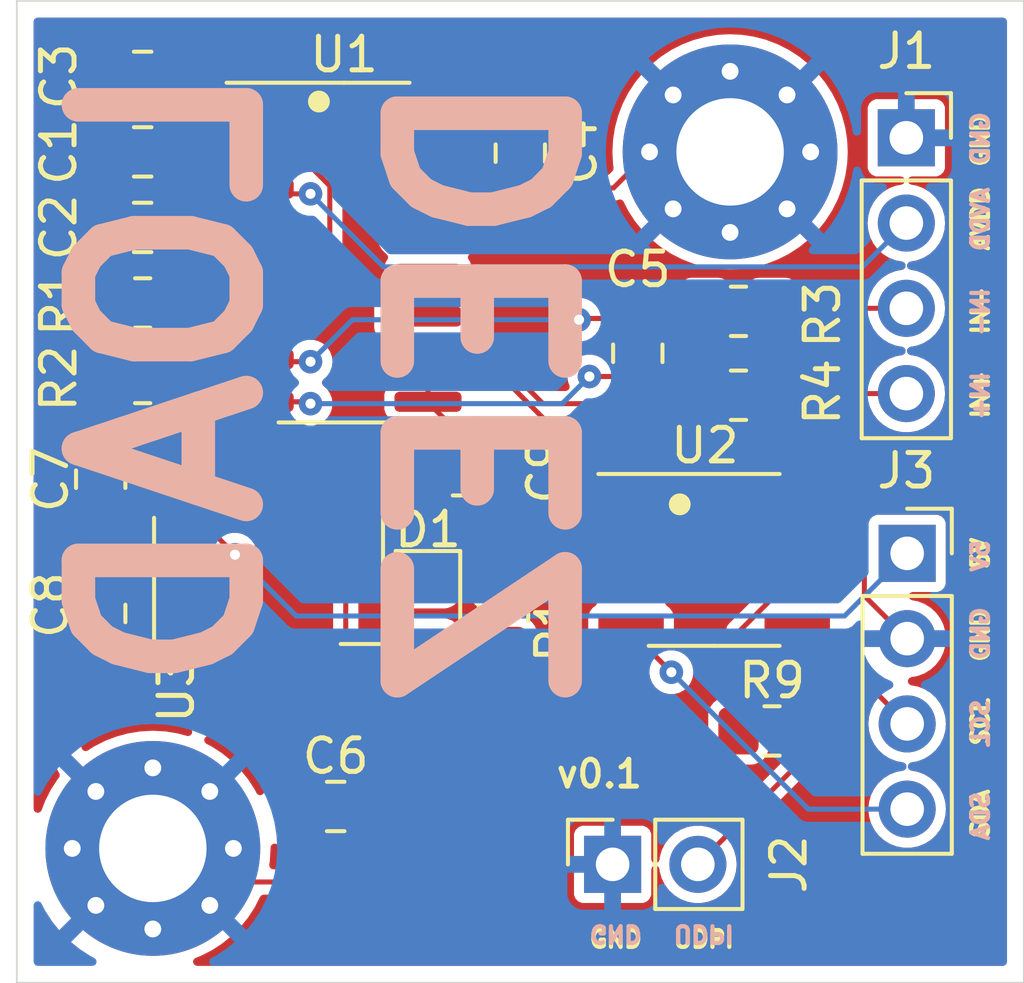
<source format=kicad_pcb>
(kicad_pcb (version 20221018) (generator pcbnew)
  (layers (0 "F.Cu" signal "Front") (1 "In1.Cu" signal) (2 "In2.Cu" signal) (31 "B.Cu" signal "Back") (34 "B.Paste" user) (35 "F.Paste" user) (36 "B.SilkS" user "B.Silkscreen") (37 "F.SilkS" user "F.Silkscreen") (38 "B.Mask" user) (39 "F.Mask" user) (44 "Edge.Cuts" user))
  (net 0 "")
  (net 1 "GND")
  (net 2 "+5V")
  (net 3 "AVDD")
  (net 4 "IN-")
  (net 5 "IN+")
  (net 6 "Net-(J1-Pin_3)")
  (net 7 "Net-(J1-Pin_4)")
  (net 8 "UDPI")
  (net 9 "Net-(U1-VFB)")
  (net 10 "Net-(U2-~{RESET}{slash}PA0)")
  (net 11 "PD_SCK")
  (net 12 "DOUT")
  (net 13 "+3.3V")
  (net 14 "SCL")
  (net 15 "SDA")
  (net 16 "Net-(U2-PA7)")
  (net 17 "Net-(D1-A)")
  (footprint "Resistor_SMD:R_0805_2012Metric_Pad1.20x1.40mm_HandSolder" (layer "F.Cu") (at 126 96.75 180)
    (fp_text reference "R3" (at -2.5 -0.1 90) (layer "F.SilkS"))
    (fp_text value "100" hide)
    (fp_line (start -0.227064 -0.735) (end 0.227064 -0.735) (stroke (width 0.12)) (layer "F.SilkS"))
    (fp_line (start -0.227064 0.735) (end 0.227064 0.735) (stroke (width 0.12)) (layer "F.SilkS"))
    (pad "1" smd roundrect (at -1 0 180) (size 1.2 1.4) (layers "F.Cu" "F.Paste" "F.Mask") (roundrect_rratio 0.2083333333) (net 6 "Net-(J1-Pin_3)"))
    (pad "2" smd roundrect (at 1 0 180) (size 1.2 1.4) (layers "F.Cu" "F.Paste" "F.Mask") (roundrect_rratio 0.2083333333) (net 4 "IN-"))
  )
  (footprint "Capacitor_SMD:C_0805_2012Metric_Pad1.18x1.45mm_HandSolder" (layer "F.Cu") (at 107 101.75 90)
    (fp_text reference "C7" (at 0 -1.5 270) (layer "F.SilkS"))
    (fp_text value "10u" hide)
    (fp_line (start -0.261252 -0.735) (end 0.261252 -0.735) (stroke (width 0.12)) (layer "F.SilkS"))
    (fp_line (start -0.261252 0.735) (end 0.261252 0.735) (stroke (width 0.12)) (layer "F.SilkS"))
    (pad "1" smd roundrect (at -1.0375 0 90) (size 1.175 1.45) (layers "F.Cu" "F.Paste" "F.Mask") (roundrect_rratio 0.212766) (net 2 "+5V"))
    (pad "2" smd roundrect (at 1.0375 0 90) (size 1.175 1.45) (layers "F.Cu" "F.Paste" "F.Mask") (roundrect_rratio 0.212766) (net 1 "GND"))
  )
  (footprint "Connector_PinSocket_2.54mm:PinSocket_1x04_P2.54mm_Vertical" (layer "F.Cu") (at 131 91.58)
    (fp_text reference "J1" (at 0 -2.58) (layer "F.SilkS"))
    (fp_text value "Strain Gauge" hide)
    (fp_line (start -1.33 1.27) (end -1.33 8.95) (stroke (width 0.12)) (layer "F.SilkS"))
    (fp_line (start -1.33 1.27) (end 1.33 1.27) (stroke (width 0.12)) (layer "F.SilkS"))
    (fp_line (start -1.33 8.95) (end 1.33 8.95) (stroke (width 0.12)) (layer "F.SilkS"))
    (fp_line (start 0 -1.33) (end 1.33 -1.33) (stroke (width 0.12)) (layer "F.SilkS"))
    (fp_line (start 1.33 -1.33) (end 1.33 0) (stroke (width 0.12)) (layer "F.SilkS"))
    (fp_line (start 1.33 1.27) (end 1.33 8.95) (stroke (width 0.12)) (layer "F.SilkS"))
    (pad "1" thru_hole rect (at 0 0) (size 1.7 1.7) (drill 1) (layers "*.Cu" "*.Mask") (net 1 "GND"))
    (pad "2" thru_hole oval (at 0 2.54) (size 1.7 1.7) (drill 1) (layers "*.Cu" "*.Mask") (net 3 "AVDD"))
    (pad "3" thru_hole oval (at 0 5.08) (size 1.7 1.7) (drill 1) (layers "*.Cu" "*.Mask") (net 6 "Net-(J1-Pin_3)"))
    (pad "4" thru_hole oval (at 0 7.62) (size 1.7 1.7) (drill 1) (layers "*.Cu" "*.Mask") (net 7 "Net-(J1-Pin_4)"))
  )
  (footprint "Resistor_SMD:R_0805_2012Metric_Pad1.20x1.40mm_HandSolder" (layer "F.Cu") (at 127 109.25)
    (fp_text reference "R9" (at 0 -1.5 180) (layer "F.SilkS"))
    (fp_text value "4k7" hide)
    (fp_line (start -0.227064 -0.735) (end 0.227064 -0.735) (stroke (width 0.12)) (layer "F.SilkS"))
    (fp_line (start -0.227064 0.735) (end 0.227064 0.735) (stroke (width 0.12)) (layer "F.SilkS"))
    (pad "1" smd roundrect (at -1 0) (size 1.2 1.4) (layers "F.Cu" "F.Paste" "F.Mask") (roundrect_rratio 0.2083333333) (net 10 "Net-(U2-~{RESET}{slash}PA0)"))
    (pad "2" smd roundrect (at 1 0) (size 1.2 1.4) (layers "F.Cu" "F.Paste" "F.Mask") (roundrect_rratio 0.2083333333) (net 8 "UDPI"))
  )
  (footprint "MountingHole:MountingHole_3.2mm_M3_Pad_Via" (layer "F.Cu") (at 108.552944 112.75)
    (fp_text reference "H1" hide)
    (fp_text value "MountingHole_Pad" hide)
    (pad "1" thru_hole circle (at -2.4 0) (size 0.8 0.8) (drill 0.5) (layers "*.Cu" "*.Mask") (net 1 "GND"))
    (pad "1" thru_hole circle (at -1.697056 -1.697056) (size 0.8 0.8) (drill 0.5) (layers "*.Cu" "*.Mask") (net 1 "GND"))
    (pad "1" thru_hole circle (at -1.697056 1.697056) (size 0.8 0.8) (drill 0.5) (layers "*.Cu" "*.Mask") (net 1 "GND"))
    (pad "1" thru_hole circle (at 0 -2.4) (size 0.8 0.8) (drill 0.5) (layers "*.Cu" "*.Mask") (net 1 "GND"))
    (pad "1" thru_hole circle (at 0 0) (size 6.4 6.4) (drill 3.2) (layers "*.Cu" "*.Mask") (net 1 "GND"))
    (pad "1" thru_hole circle (at 0 2.4) (size 0.8 0.8) (drill 0.5) (layers "*.Cu" "*.Mask") (net 1 "GND"))
    (pad "1" thru_hole circle (at 1.697056 -1.697056) (size 0.8 0.8) (drill 0.5) (layers "*.Cu" "*.Mask") (net 1 "GND"))
    (pad "1" thru_hole circle (at 1.697056 1.697056) (size 0.8 0.8) (drill 0.5) (layers "*.Cu" "*.Mask") (net 1 "GND"))
    (pad "1" thru_hole circle (at 2.4 0) (size 0.8 0.8) (drill 0.5) (layers "*.Cu" "*.Mask") (net 1 "GND"))
  )
  (footprint "Resistor_SMD:R_0805_2012Metric_Pad1.20x1.40mm_HandSolder" (layer "F.Cu") (at 108.25 98.75 180)
    (fp_text reference "R2" (at 2.5 0 90) (layer "F.SilkS"))
    (fp_text value "12K" hide)
    (fp_line (start -0.227064 -0.735) (end 0.227064 -0.735) (stroke (width 0.12)) (layer "F.SilkS"))
    (fp_line (start -0.227064 0.735) (end 0.227064 0.735) (stroke (width 0.12)) (layer "F.SilkS"))
    (pad "1" smd roundrect (at -1 0 180) (size 1.2 1.4) (layers "F.Cu" "F.Paste" "F.Mask") (roundrect_rratio 0.208333) (net 9 "Net-(U1-VFB)"))
    (pad "2" smd roundrect (at 1 0 180) (size 1.2 1.4) (layers "F.Cu" "F.Paste" "F.Mask") (roundrect_rratio 0.208333) (net 1 "GND"))
  )
  (footprint "Capacitor_SMD:C_0805_2012Metric_Pad1.18x1.45mm_HandSolder" (layer "F.Cu") (at 119.5 92.0375 90)
    (fp_text reference "C4" (at 0.0375 1.75 90) (layer "F.SilkS"))
    (fp_text value "10u" hide)
    (fp_line (start -0.261252 -0.735) (end 0.261252 -0.735) (stroke (width 0.12)) (layer "F.SilkS"))
    (fp_line (start -0.261252 0.735) (end 0.261252 0.735) (stroke (width 0.12)) (layer "F.SilkS"))
    (pad "1" smd roundrect (at -1.0375 0 90) (size 1.175 1.45) (layers "F.Cu" "F.Paste" "F.Mask") (roundrect_rratio 0.212766) (net 1 "GND"))
    (pad "2" smd roundrect (at 1.0375 0 90) (size 1.175 1.45) (layers "F.Cu" "F.Paste" "F.Mask") (roundrect_rratio 0.212766) (net 13 "+3.3V"))
  )
  (footprint "Package_SO:SOP-16_3.9x9.9mm_P1.27mm" (layer "F.Cu") (at 114.25 95)
    (fp_text reference "U1" (at 0 -5.9) (layer "F.SilkS"))
    (fp_text value "HX717")
    (fp_line (start 0 -5.06) (end -3.5 -5.06) (stroke (width 0.12)) (layer "F.SilkS"))
    (fp_line (start 0 -5.06) (end 1.95 -5.06) (stroke (width 0.12)) (layer "F.SilkS"))
    (fp_line (start 0 5.06) (end -1.95 5.06) (stroke (width 0.12)) (layer "F.SilkS"))
    (fp_line (start 0 5.06) (end 1.95 5.06) (stroke (width 0.12)) (layer "F.SilkS"))
    (pad "1" smd roundrect (at -2.5 -4.445) (size 2 0.6) (layers "F.Cu" "F.Paste" "F.Mask") (net 13 "+3.3V"))
    (pad "2" smd roundrect (at -2.5 -3.175) (size 2 0.6) (layers "F.Cu" "F.Paste" "F.Mask") (net 1 "GND"))
    (pad "3" smd roundrect (at -2.5 -1.905) (size 2 0.6) (layers "F.Cu" "F.Paste" "F.Mask") (net 3 "AVDD"))
    (pad "4" smd roundrect (at -2.5 -0.635) (size 2 0.6) (layers "F.Cu" "F.Paste" "F.Mask") (net 9 "Net-(U1-VFB)"))
    (pad "5" smd roundrect (at -2.5 0.635) (size 2 0.6) (layers "F.Cu" "F.Paste" "F.Mask") (net 1 "GND"))
    (pad "6" smd roundrect (at -2.5 1.905) (size 2 0.6) (layers "F.Cu" "F.Paste" "F.Mask") (net 13 "+3.3V"))
    (pad "7" smd roundrect (at -2.5 3.175) (size 2 0.6) (layers "F.Cu" "F.Paste" "F.Mask") (net 4 "IN-"))
    (pad "8" smd roundrect (at -2.5 4.445) (size 2 0.6) (layers "F.Cu" "F.Paste" "F.Mask") (net 5 "IN+"))
    (pad "9" smd roundrect (at 2.5 4.445) (size 2 0.6) (layers "F.Cu" "F.Paste" "F.Mask") (net 1 "GND"))
    (pad "10" smd roundrect (at 2.5 3.175) (size 2 0.6) (layers "F.Cu" "F.Paste" "F.Mask") (net 1 "GND"))
    (pad "11" smd roundrect (at 2.5 1.905) (size 2 0.6) (layers "F.Cu" "F.Paste" "F.Mask") (net 11 "PD_SCK"))
    (pad "12" smd roundrect (at 2.5 0.635) (size 2 0.6) (layers "F.Cu" "F.Paste" "F.Mask") (net 12 "DOUT"))
    (pad "13" smd roundrect (at 2.5 -0.635) (size 2 0.6) (layers "F.Cu" "F.Paste" "F.Mask") (net 13 "+3.3V"))
    (pad "14" smd roundrect (at 2.5 -1.905) (size 2 0.6) (layers "F.Cu" "F.Paste" "F.Mask") (net 1 "GND"))
    (pad "15" smd roundrect (at 2.5 -3.175) (size 2 0.6) (layers "F.Cu" "F.Paste" "F.Mask") (net 1 "GND"))
    (pad "16" smd roundrect (at 2.5 -4.445) (size 2 0.6) (layers "F.Cu" "F.Paste" "F.Mask") (net 13 "+3.3V"))
  )
  (footprint "Capacitor_SMD:C_0805_2012Metric_Pad1.18x1.45mm_HandSolder" (layer "F.Cu") (at 117.75 101.5)
    (fp_text reference "C9" (at 2.5 0 -90) (layer "F.SilkS"))
    (fp_text value "10u" hide)
    (fp_line (start -0.261252 -0.735) (end 0.261252 -0.735) (stroke (width 0.12)) (layer "F.SilkS"))
    (fp_line (start -0.261252 0.735) (end 0.261252 0.735) (stroke (width 0.12)) (layer "F.SilkS"))
    (pad "1" smd roundrect (at -1.0375 0) (size 1.175 1.45) (layers "F.Cu" "F.Paste" "F.Mask") (roundrect_rratio 0.2127659574) (net 13 "+3.3V"))
    (pad "2" smd roundrect (at 1.0375 0) (size 1.175 1.45) (layers "F.Cu" "F.Paste" "F.Mask") (roundrect_rratio 0.2127659574) (net 1 "GND"))
  )
  (footprint "Capacitor_SMD:C_0805_2012Metric_Pad1.18x1.45mm_HandSolder" (layer "F.Cu") (at 108.25 94.25 180)
    (fp_text reference "C2" (at 2.5 0 270) (layer "F.SilkS"))
    (fp_text value "10u" hide)
    (fp_line (start -0.261252 -0.735) (end 0.261252 -0.735) (stroke (width 0.12)) (layer "F.SilkS"))
    (fp_line (start -0.261252 0.735) (end 0.261252 0.735) (stroke (width 0.12)) (layer "F.SilkS"))
    (pad "1" smd roundrect (at -1.0375 0 180) (size 1.175 1.45) (layers "F.Cu" "F.Paste" "F.Mask") (roundrect_rratio 0.212766) (net 3 "AVDD"))
    (pad "2" smd roundrect (at 1.0375 0 180) (size 1.175 1.45) (layers "F.Cu" "F.Paste" "F.Mask") (roundrect_rratio 0.212766) (net 1 "GND"))
  )
  (footprint "Connector_PinSocket_2.54mm:PinSocket_1x02_P2.54mm_Vertical" (layer "F.Cu") (at 122.25 113.225 90)
    (fp_text reference "J2" (at 0 5.25 270) (layer "F.SilkS"))
    (fp_text value "Programmer" hide)
    (fp_line (start -1.33 1.27) (end -1.33 3.87) (stroke (width 0.12)) (layer "F.SilkS"))
    (fp_line (start -1.33 1.27) (end 1.33 1.27) (stroke (width 0.12)) (layer "F.SilkS"))
    (fp_line (start -1.33 3.87) (end 1.33 3.87) (stroke (width 0.12)) (layer "F.SilkS"))
    (fp_line (start 0 -1.33) (end 1.33 -1.33) (stroke (width 0.12)) (layer "F.SilkS"))
    (fp_line (start 1.33 -1.33) (end 1.33 0) (stroke (width 0.12)) (layer "F.SilkS"))
    (fp_line (start 1.33 1.27) (end 1.33 3.87) (stroke (width 0.12)) (layer "F.SilkS"))
    (pad "1" thru_hole rect (at 0 0 90) (size 1.7 1.7) (drill 1) (layers "*.Cu" "*.Mask") (net 1 "GND"))
    (pad "2" thru_hole oval (at 0 2.54 90) (size 1.7 1.7) (drill 1) (layers "*.Cu" "*.Mask") (net 8 "UDPI"))
  )
  (footprint "Package_TO_SOT_SMD:SOT-223-3_TabPin2" (layer "F.Cu") (at 112 104.75 -90)
    (fp_text reference "U3" (at 3.25 2.75 90) (layer "F.SilkS"))
    (fp_text value "AMS1117-3.3" hide)
    (fp_line (start -4.1 -3.41) (end 1.91 -3.41) (stroke (width 0.12)) (layer "F.SilkS"))
    (fp_line (start -1.85 3.41) (end 1.91 3.41) (stroke (width 0.12)) (layer "F.SilkS"))
    (fp_line (start 1.91 -3.41) (end 1.91 -2.15) (stroke (width 0.12)) (layer "F.SilkS"))
    (fp_line (start 1.91 3.41) (end 1.91 2.15) (stroke (width 0.12)) (layer "F.SilkS"))
    (pad "1" smd rect (at -3.15 -2.3 270) (size 2 1.5) (layers "F.Cu" "F.Paste" "F.Mask") (net 1 "GND"))
    (pad "2" smd rect (at -3.15 0 270) (size 2 1.5) (layers "F.Cu" "F.Paste" "F.Mask") (net 13 "+3.3V"))
    (pad "2" smd rect (at 3.15 0 270) (size 2 3.8) (layers "F.Cu" "F.Paste" "F.Mask") (net 13 "+3.3V"))
    (pad "3" smd rect (at -3.15 2.3 270) (size 2 1.5) (layers "F.Cu" "F.Paste" "F.Mask") (net 2 "+5V"))
  )
  (footprint "Package_SO:SOIC-8_3.9x4.9mm_P1.27mm" (layer "F.Cu") (at 125.275 104.155)
    (fp_text reference "U2" (at -0.275 -3.405) (layer "F.SilkS"))
    (fp_text value "ATtiny202-SS" hide)
    (fp_line (start 0 -2.56) (end -3.45 -2.56) (stroke (width 0.12)) (layer "F.SilkS"))
    (fp_line (start 0 -2.56) (end 1.95 -2.56) (stroke (width 0.12)) (layer "F.SilkS"))
    (fp_line (start 0 2.56) (end -1.95 2.56) (stroke (width 0.12)) (layer "F.SilkS"))
    (fp_line (start 0 2.56) (end 1.95 2.56) (stroke (width 0.12)) (layer "F.SilkS"))
    (pad "1" smd roundrect (at -2.475 -1.905) (size 1.95 0.6) (layers "F.Cu" "F.Paste" "F.Mask") (net 13 "+3.3V"))
    (pad "2" smd roundrect (at -2.475 -0.635) (size 1.95 0.6) (layers "F.Cu" "F.Paste" "F.Mask") (net 12 "DOUT"))
    (pad "3" smd roundrect (at -2.475 0.635) (size 1.95 0.6) (layers "F.Cu" "F.Paste" "F.Mask") (net 16 "Net-(U2-PA7)"))
    (pad "4" smd roundrect (at -2.475 1.905) (size 1.95 0.6) (layers "F.Cu" "F.Paste" "F.Mask") (net 15 "SDA"))
    (pad "5" smd roundrect (at 2.475 1.905) (size 1.95 0.6) (layers "F.Cu" "F.Paste" "F.Mask") (net 14 "SCL"))
    (pad "6" smd roundrect (at 2.475 0.635) (size 1.95 0.6) (layers "F.Cu" "F.Paste" "F.Mask") (net 10 "Net-(U2-~{RESET}{slash}PA0)"))
    (pad "7" smd roundrect (at 2.475 -0.635) (size 1.95 0.6) (layers "F.Cu" "F.Paste" "F.Mask") (net 11 "PD_SCK"))
    (pad "8" smd roundrect (at 2.475 -1.905) (size 1.95 0.6) (layers "F.Cu" "F.Paste" "F.Mask") (net 1 "GND"))
  )
  (footprint "Connector_PinSocket_2.54mm:PinSocket_1x04_P2.54mm_Vertical" (layer "F.Cu") (at 131.025 103.96)
    (fp_text reference "J3" (at -0.025 -2.46) (layer "F.SilkS"))
    (fp_text value "KLIPPER" hide)
    (fp_line (start -1.33 1.27) (end -1.33 8.95) (stroke (width 0.12)) (layer "F.SilkS"))
    (fp_line (start -1.33 1.27) (end 1.33 1.27) (stroke (width 0.12)) (layer "F.SilkS"))
    (fp_line (start -1.33 8.95) (end 1.33 8.95) (stroke (width 0.12)) (layer "F.SilkS"))
    (fp_line (start 0 -1.33) (end 1.33 -1.33) (stroke (width 0.12)) (layer "F.SilkS"))
    (fp_line (start 1.33 -1.33) (end 1.33 0) (stroke (width 0.12)) (layer "F.SilkS"))
    (fp_line (start 1.33 1.27) (end 1.33 8.95) (stroke (width 0.12)) (layer "F.SilkS"))
    (pad "1" thru_hole rect (at 0 0) (size 1.7 1.7) (drill 1) (layers "*.Cu" "*.Mask") (net 2 "+5V"))
    (pad "2" thru_hole oval (at 0 2.54) (size 1.7 1.7) (drill 1) (layers "*.Cu" "*.Mask") (net 1 "GND"))
    (pad "3" thru_hole oval (at 0 5.08) (size 1.7 1.7) (drill 1) (layers "*.Cu" "*.Mask") (net 14 "SCL"))
    (pad "4" thru_hole oval (at 0 7.62) (size 1.7 1.7) (drill 1) (layers "*.Cu" "*.Mask") (net 15 "SDA"))
  )
  (footprint "Capacitor_SMD:C_0805_2012Metric_Pad1.18x1.45mm_HandSolder" (layer "F.Cu") (at 108.25 89.75)
    (fp_text reference "C3" (at -2.5 0 90) (layer "F.SilkS"))
    (fp_text value "0u1" hide)
    (fp_line (start -0.261252 -0.735) (end 0.261252 -0.735) (stroke (width 0.12)) (layer "F.SilkS"))
    (fp_line (start -0.261252 0.735) (end 0.261252 0.735) (stroke (width 0.12)) (layer "F.SilkS"))
    (pad "1" smd roundrect (at -1.0375 0) (size 1.175 1.45) (layers "F.Cu" "F.Paste" "F.Mask") (roundrect_rratio 0.212766) (net 1 "GND"))
    (pad "2" smd roundrect (at 1.0375 0) (size 1.175 1.45) (layers "F.Cu" "F.Paste" "F.Mask") (roundrect_rratio 0.212766) (net 13 "+3.3V"))
  )
  (footprint "Resistor_SMD:R_0805_2012Metric_Pad1.20x1.40mm_HandSolder" (layer "F.Cu") (at 126 99.25 180)
    (fp_text reference "R4" (at -2.5 0.1 90) (layer "F.SilkS"))
    (fp_text value "100" hide)
    (fp_line (start -0.227064 -0.735) (end 0.227064 -0.735) (stroke (width 0.12)) (layer "F.SilkS"))
    (fp_line (start -0.227064 0.735) (end 0.227064 0.735) (stroke (width 0.12)) (layer "F.SilkS"))
    (pad "1" smd roundrect (at -1 0 180) (size 1.2 1.4) (layers "F.Cu" "F.Paste" "F.Mask") (roundrect_rratio 0.2083333333) (net 7 "Net-(J1-Pin_4)"))
    (pad "2" smd roundrect (at 1 0 180) (size 1.2 1.4) (layers "F.Cu" "F.Paste" "F.Mask") (roundrect_rratio 0.2083333333) (net 5 "IN+"))
  )
  (footprint "MountingHole:MountingHole_3.2mm_M3_Pad_Via" (layer "F.Cu") (at 125.75 92)
    (fp_text reference "H2" hide)
    (fp_text value "MountingHole_Pad" hide)
    (pad "1" thru_hole circle (at -2.4 0) (size 0.8 0.8) (drill 0.5) (layers "*.Cu" "*.Mask") (net 1 "GND"))
    (pad "1" thru_hole circle (at -1.697056 -1.697056) (size 0.8 0.8) (drill 0.5) (layers "*.Cu" "*.Mask") (net 1 "GND"))
    (pad "1" thru_hole circle (at -1.697056 1.697056) (size 0.8 0.8) (drill 0.5) (layers "*.Cu" "*.Mask") (net 1 "GND"))
    (pad "1" thru_hole circle (at 0 -2.4) (size 0.8 0.8) (drill 0.5) (layers "*.Cu" "*.Mask") (net 1 "GND"))
    (pad "1" thru_hole circle (at 0 0) (size 6.4 6.4) (drill 3.2) (layers "*.Cu" "*.Mask") (net 1 "GND"))
    (pad "1" thru_hole circle (at 0 2.4) (size 0.8 0.8) (drill 0.5) (layers "*.Cu" "*.Mask") (net 1 "GND"))
    (pad "1" thru_hole circle (at 1.697056 -1.697056) (size 0.8 0.8) (drill 0.5) (layers "*.Cu" "*.Mask") (net 1 "GND"))
    (pad "1" thru_hole circle (at 1.697056 1.697056) (size 0.8 0.8) (drill 0.5) (layers "*.Cu" "*.Mask") (net 1 "GND"))
    (pad "1" thru_hole circle (at 2.4 0) (size 0.8 0.8) (drill 0.5) (layers "*.Cu" "*.Mask") (net 1 "GND"))
  )
  (footprint "Capacitor_SMD:C_0805_2012Metric_Pad1.18x1.45mm_HandSolder" (layer "F.Cu") (at 107 105.75 90)
    (fp_text reference "C8" (at 0.25 -1.5 270) (layer "F.SilkS"))
    (fp_text value "10u" hide)
    (fp_line (start -0.261252 -0.735) (end 0.261252 -0.735) (stroke (width 0.12)) (layer "F.SilkS"))
    (fp_line (start -0.261252 0.735) (end 0.261252 0.735) (stroke (width 0.12)) (layer "F.SilkS"))
    (pad "1" smd roundrect (at -1.0375 0 90) (size 1.175 1.45) (layers "F.Cu" "F.Paste" "F.Mask") (roundrect_rratio 0.212766) (net 2 "+5V"))
    (pad "2" smd roundrect (at 1.0375 0 90) (size 1.175 1.45) (layers "F.Cu" "F.Paste" "F.Mask") (roundrect_rratio 0.212766) (net 1 "GND"))
  )
  (footprint "Capacitor_SMD:C_0805_2012Metric_Pad1.18x1.45mm_HandSolder" (layer "F.Cu") (at 123 98 90)
    (fp_text reference "C5" (at 2.5 0 180) (layer "F.SilkS"))
    (fp_text value "0u1" hide)
    (fp_line (start -0.261252 -0.735) (end 0.261252 -0.735) (stroke (width 0.12)) (layer "F.SilkS"))
    (fp_line (start -0.261252 0.735) (end 0.261252 0.735) (stroke (width 0.12)) (layer "F.SilkS"))
    (pad "1" smd roundrect (at -1.0375 0 90) (size 1.175 1.45) (layers "F.Cu" "F.Paste" "F.Mask") (roundrect_rratio 0.2127659574) (net 5 "IN+"))
    (pad "2" smd roundrect (at 1.0375 0 90) (size 1.175 1.45) (layers "F.Cu" "F.Paste" "F.Mask") (roundrect_rratio 0.2127659574) (net 4 "IN-"))
  )
  (footprint "Capacitor_SMD:C_0805_2012Metric_Pad1.18x1.45mm_HandSolder" (layer "F.Cu") (at 108.25 92 180)
    (fp_text reference "C1" (at 2.5 0 90) (layer "F.SilkS"))
    (fp_text value "0u1" hide)
    (fp_line (start -0.261252 -0.735) (end 0.261252 -0.735) (stroke (width 0.12)) (layer "F.SilkS"))
    (fp_line (start -0.261252 0.735) (end 0.261252 0.735) (stroke (width 0.12)) (layer "F.SilkS"))
    (pad "1" smd roundrect (at -1.0375 0 180) (size 1.175 1.45) (layers "F.Cu" "F.Paste" "F.Mask") (roundrect_rratio 0.212766) (net 3 "AVDD"))
    (pad "2" smd roundrect (at 1.0375 0 180) (size 1.175 1.45) (layers "F.Cu" "F.Paste" "F.Mask") (roundrect_rratio 0.212766) (net 1 "GND"))
  )
  (footprint "Resistor_SMD:R_0805_2012Metric_Pad1.20x1.40mm_HandSolder" (layer "F.Cu") (at 119 105.75 -90)
    (fp_text reference "R10" (at 0 -1.5 90) (layer "F.SilkS"))
    (fp_text value "100" hide)
    (fp_line (start -0.227064 -0.735) (end 0.227064 -0.735) (stroke (width 0.12)) (layer "F.SilkS"))
    (fp_line (start -0.227064 0.735) (end 0.227064 0.735) (stroke (width 0.12)) (layer "F.SilkS"))
    (pad "1" smd roundrect (at -1 0 270) (size 1.2 1.4) (layers "F.Cu" "F.Paste" "F.Mask") (roundrect_rratio 0.2083333333) (net 16 "Net-(U2-PA7)"))
    (pad "2" smd roundrect (at 1 0 270) (size 1.2 1.4) (layers "F.Cu" "F.Paste" "F.Mask") (roundrect_rratio 0.2083333333) (net 17 "Net-(D1-A)"))
  )
  (footprint "LED_SMD:LED_0805_2012Metric_Pad1.15x1.40mm_HandSolder" (layer "F.Cu") (at 116.75 105.75 -90)
    (fp_text reference "D1" (at -2.5 0) (layer "F.SilkS"))
    (fp_text value "B1701NB" hide)
    (fp_line (start -1.86 -0.96) (end -1.86 0.96) (stroke (width 0.12)) (layer "F.SilkS"))
    (fp_line (start -1.86 0.96) (end 1 0.96) (stroke (width 0.12)) (layer "F.SilkS"))
    (fp_line (start 1 -0.96) (end -1.86 -0.96) (stroke (width 0.12)) (layer "F.SilkS"))
    (pad "1" smd roundrect (at -1.025 0 270) (size 1.15 1.4) (layers "F.Cu" "F.Paste" "F.Mask") (roundrect_rratio 0.2173913043) (net 1 "GND"))
    (pad "2" smd roundrect (at 1.025 0 270) (size 1.15 1.4) (layers "F.Cu" "F.Paste" "F.Mask") (roundrect_rratio 0.2173913043) (net 17 "Net-(D1-A)"))
  )
  (footprint "Capacitor_SMD:C_0805_2012Metric_Pad1.18x1.45mm_HandSolder" (layer "F.Cu") (at 114 111.5)
    (fp_text reference "C6" (at 0 -1.5) (layer "F.SilkS"))
    (fp_text value "0u1" hide)
    (fp_line (start -0.261252 -0.735) (end 0.261252 -0.735) (stroke (width 0.12)) (layer "F.SilkS"))
    (fp_line (start -0.261252 0.735) (end 0.261252 0.735) (stroke (width 0.12)) (layer "F.SilkS"))
    (pad "1" smd roundrect (at -1.0375 0) (size 1.175 1.45) (layers "F.Cu" "F.Paste" "F.Mask") (roundrect_rratio 0.2127659574) (net 13 "+3.3V"))
    (pad "2" smd roundrect (at 1.0375 0) (size 1.175 1.45) (layers "F.Cu" "F.Paste" "F.Mask") (roundrect_rratio 0.2127659574) (net 1 "GND"))
  )
  (footprint "Resistor_SMD:R_0805_2012Metric_Pad1.20x1.40mm_HandSolder" (layer "F.Cu") (at 108.25 96.5)
    (fp_text reference "R1" (at -2.5 0 90) (layer "F.SilkS"))
    (fp_text value "33K" hide)
    (fp_line (start -0.227064 -0.735) (end 0.227064 -0.735) (stroke (width 0.12)) (layer "F.SilkS"))
    (fp_line (start -0.227064 0.735) (end 0.227064 0.735) (stroke (width 0.12)) (layer "F.SilkS"))
    (pad "1" smd roundrect (at -1 0) (size 1.2 1.4) (layers "F.Cu" "F.Paste" "F.Mask") (roundrect_rratio 0.208333) (net 3 "AVDD"))
    (pad "2" smd roundrect (at 1 0) (size 1.2 1.4) (layers "F.Cu" "F.Paste" "F.Mask") (roundrect_rratio 0.208333) (net 9 "Net-(U1-VFB)"))
  )
  (gr_circle (center 113.5 90.5) (end 113.75 90.5) (stroke (width 0.15)) (fill solid) (layer "F.SilkS"))
  (gr_circle (center 124.25 102.5) (end 124.5 102.5) (stroke (width 0.15)) (fill solid) (layer "F.SilkS"))
  (gr_rect (start 104.5 87.5) (end 134.5 116.75) (stroke (width 0.05)) (fill none) (layer "Edge.Cuts"))
  (gr_text "LOAD" (at 112 88.75 90) (layer "B.SilkS") (effects (font (size 5 5) (thickness 1) bold) (justify left bottom mirror)))
  (gr_text "SCL" (at 133.5 108.25 90) (layer "B.SilkS") (effects (font (size 0.5 0.5) (thickness 0.125) bold) (justify left bottom mirror)))
  (gr_text "5V" (at 133.5 103.5 90) (layer "B.SilkS") (effects (font (size 0.5 0.5) (thickness 0.125) bold) (justify left bottom mirror)))
  (gr_text "IN+" (at 133.5 98.5 90) (layer "B.SilkS") (effects (font (size 0.5 0.5) (thickness 0.125) bold) (justify left bottom mirror)))
  (gr_text "DEEZ" (at 121.5 89 90) (layer "B.SilkS") (effects (font (size 5 5) (thickness 1) bold) (justify left bottom mirror)))
  (gr_text "IN-" (at 133.5 96 90) (layer "B.SilkS") (effects (font (size 0.5 0.5) (thickness 0.125) bold) (justify left bottom mirror)))
  (gr_text "GND" (at 121.5 115 180) (layer "B.SilkS") (effects (font (size 0.5 0.5) (thickness 0.125) bold) (justify left bottom mirror)))
  (gr_text "GND" (at 133.5 90.75 90) (layer "B.SilkS") (effects (font (size 0.5 0.5) (thickness 0.125) bold) (justify left bottom mirror)))
  (gr_text "AVDD" (at 133.5 93 90) (layer "B.SilkS") (effects (font (size 0.5 0.5) (thickness 0.125) bold) (justify left bottom mirror)))
  (gr_text "GND" (at 133.5 105.5 90) (layer "B.SilkS") (effects (font (size 0.5 0.5) (thickness 0.125) bold) (justify left bottom mirror)))
  (gr_text "UDPI" (at 124 115 180) (layer "B.SilkS") (effects (font (size 0.5 0.5) (thickness 0.125) bold) (justify left bottom mirror)))
  (gr_text "SDA" (at 133.5 111 90) (layer "B.SilkS") (effects (font (size 0.5 0.5) (thickness 0.125) bold) (justify left bottom mirror)))
  (gr_text "GND" (at 121.5 115.75) (layer "F.SilkS") (effects (font (size 0.5 0.5) (thickness 0.125) bold) (justify left bottom)))
  (gr_text "SDA" (at 133.5 112.5 90) (layer "F.SilkS") (effects (font (size 0.5 0.5) (thickness 0.125) bold) (justify left bottom)))
  (gr_text "IN-" (at 133.5 97.5 90) (layer "F.SilkS") (effects (font (size 0.5 0.5) (thickness 0.125) bold) (justify left bottom)))
  (gr_text "IN+" (at 133.5 100 90) (layer "F.SilkS") (effects (font (size 0.5 0.5) (thickness 0.125) bold) (justify left bottom)))
  (gr_text "5V" (at 133.5 104.5 90) (layer "F.SilkS") (effects (font (size 0.5 0.5) (thickness 0.125) bold) (justify left bottom)))
  (gr_text "GND" (at 133.5 107.25 90) (layer "F.SilkS") (effects (font (size 0.5 0.5) (thickness 0.125) bold) (justify left bottom)))
  (gr_text "SCL" (at 133.5 109.75 90) (layer "F.SilkS") (effects (font (size 0.5 0.5) (thickness 0.125) bold) (justify left bottom)))
  (gr_text "v0.1" (at 120.5 111) (layer "F.SilkS") (effects (font (size 0.8 0.8) (thickness 0.15) bold) (justify left bottom)))
  (gr_text "UDPI" (at 124 115.75) (layer "F.SilkS") (effects (font (size 0.5 0.5) (thickness 0.125) bold) (justify left bottom)))
  (gr_text "AVDD" (at 133.5 95 90) (layer "F.SilkS") (effects (font (size 0.5 0.5) (thickness 0.125) bold) (justify left bottom)))
  (gr_text "GND" (at 133.5 92.5 90) (layer "F.SilkS") (effects (font (size 0.5 0.5) (thickness 0.125) bold) (justify left bottom)))
  (segment (start 116.75 104.725) (end 116.75 104.05) (width 0.15) (layer "F.Cu") (net 1))
  (segment (start 107.2125 89.75) (end 107.2125 92) (width 0.15) (layer "F.Cu") (net 1))
  (segment (start 129.75 104.01467) (end 129.75 105.225) (width 0.15) (layer "F.Cu") (net 1))
  (segment (start 109.7 90.7) (end 110.825 91.825) (width 0.15) (layer "F.Cu") (net 1))
  (segment (start 119.5 93.075) (end 122.275 93.075) (width 0.15) (layer "F.Cu") (net 1))
  (segment (start 116.75 99.4625) (end 118.7875 101.5) (width 0.15) (layer "F.Cu") (net 1))
  (segment (start 111.75 91.825) (end 112.638173 91.825) (width 0.15) (layer "F.Cu") (net 1))
  (segment (start 106.05 105.6625) (end 106.05 110.247056) (width 0.15) (layer "F.Cu") (net 1))
  (segment (start 106 97.5) (end 107.25 98.75) (width 0.15) (layer "F.Cu") (net 1))
  (segment (start 116.75 91.825) (end 116.75 93.095) (width 0.15) (layer "F.Cu") (net 1))
  (segment (start 114.3 110.7625) (end 115.0375 111.5) (width 0.15) (layer "F.Cu") (net 1))
  (segment (start 129.75 105.225) (end 131.025 106.5) (width 0.15) (layer "F.Cu") (net 1))
  (segment (start 127.98533 102.25) (end 129.75 104.01467) (width 0.15) (layer "F.Cu") (net 1))
  (segment (start 115.0375 112.9625) (end 114.25 113.75) (width 0.15) (layer "F.Cu") (net 1))
  (segment (start 113.825 93.011827) (end 113.825 94.675) (width 0.15) (layer "F.Cu") (net 1))
  (segment (start 107 104.7125) (end 106.05 105.6625) (width 0.15) (layer "F.Cu") (net 1))
  (segment (start 109.552944 113.75) (end 108.552944 112.75) (width 0.15) (layer "F.Cu") (net 1))
  (segment (start 106 95.4625) (end 106 97.5) (width 0.15) (layer "F.Cu") (net 1))
  (segment (start 118.7875 101.5) (end 118.7875 102.6875) (width 0.15) (layer "F.Cu") (net 1))
  (segment (start 107.2125 92) (end 107.2125 94.25) (width 0.15) (layer "F.Cu") (net 1))
  (segment (start 116.75 93.095) (end 119.48 93.095) (width 0.15) (layer "F.Cu") (net 1))
  (segment (start 107.25 98.75) (end 107.25 100.4625) (width 0.15) (layer "F.Cu") (net 1))
  (segment (start 112.865 95.635) (end 111.75 95.635) (width 0.15) (layer "F.Cu") (net 1))
  (segment (start 112.638173 91.825) (end 113.825 93.011827) (width 0.15) (layer "F.Cu") (net 1))
  (segment (start 106.05 110.247056) (end 108.552944 112.75) (width 0.15) (layer "F.Cu") (net 1))
  (segment (start 116.75 104.05) (end 114.3 101.6) (width 0.15) (layer "F.Cu") (net 1))
  (segment (start 119.48 93.095) (end 119.5 93.075) (width 0.15) (layer "F.Cu") (net 1))
  (segment (start 122.275 93.075) (end 123.35 92) (width 0.15) (layer "F.Cu") (net 1))
  (segment (start 115.0375 111.5) (end 115.0375 112.9625) (width 0.15) (layer "F.Cu") (net 1))
  (segment (start 116.75 99.445) (end 116.75 99.4625) (width 0.15) (layer "F.Cu") (net 1))
  (segment (start 107 104.271751) (end 106.05 103.321751) (width 0.15) (layer "F.Cu") (net 1))
  (segment (start 110.825 91.825) (end 111.75 91.825) (width 0.15) (layer "F.Cu") (net 1))
  (segment (start 107.2125 89.75) (end 108.1625 90.7) (width 0.15) (layer "F.Cu") (net 1))
  (segment (start 114.3 101.6) (end 114.3 110.7625) (width 0.15) (layer "F.Cu") (net 1))
  (segment (start 106.05 103.321751) (end 106.05 101.6625) (width 0.15) (layer "F.Cu") (net 1))
  (segment (start 107.25 100.4625) (end 107 100.7125) (width 0.15) (layer "F.Cu") (net 1))
  (segment (start 107 104.7125) (end 107 104.271751) (width 0.15) (layer "F.Cu") (net 1))
  (segment (start 108.1625 90.7) (end 109.7 90.7) (width 0.15) (layer "F.Cu") (net 1))
  (segment (start 127.75 102.25) (end 127.98533 102.25) (width 0.15) (layer "F.Cu") (net 1))
  (segment (start 106.05 101.6625) (end 107 100.7125) (width 0.15) (layer "F.Cu") (net 1))
  (segment (start 116.75 98.175) (end 116.75 99.445) (width 0.15) (layer "F.Cu") (net 1))
  (segment (start 113.825 94.675) (end 112.865 95.635) (width 0.15) (layer "F.Cu") (net 1))
  (segment (start 114.25 113.75) (end 109.552944 113.75) (width 0.15) (layer "F.Cu") (net 1))
  (segment (start 118.7875 102.6875) (end 116.75 104.725) (width 0.15) (layer "F.Cu") (net 1))
  (segment (start 107.2125 94.25) (end 106 95.4625) (width 0.15) (layer "F.Cu") (net 1))
  (segment (start 107 102.7875) (end 108.1875 101.6) (width 0.15) (layer "F.Cu") (net 2))
  (segment (start 109.7 102.7) (end 111 104) (width 0.15) (layer "F.Cu") (net 2))
  (segment (start 109.7 104.0875) (end 109.7 101.6) (width 0.15) (layer "F.Cu") (net 2))
  (segment (start 107 106.7875) (end 109.7 104.0875) (width 0.15) (layer "F.Cu") (net 2))
  (segment (start 108.1875 101.6) (end 109.7 101.6) (width 0.15) (layer "F.Cu") (net 2))
  (segment (start 109.7 101.6) (end 109.7 102.7) (width 0.15) (layer "F.Cu") (net 2))
  (via (at 111 104) (size 0.7) (drill 0.3) (layers "F.Cu" "B.Cu") (net 2))
  (segment (start 129.16 105.825) (end 131.025 103.96) (width 0.15) (layer "B.Cu") (net 2))
  (segment (start 111 104) (end 112.825 105.825) (width 0.15) (layer "B.Cu") (net 2))
  (segment (start 112.825 105.825) (end 129.16 105.825) (width 0.15) (layer "B.Cu") (net 2))
  (segment (start 111.75 93.095) (end 110.3825 93.095) (width 0.15) (layer "F.Cu") (net 3))
  (segment (start 111.75 93.095) (end 111.905 93.25) (width 0.15) (layer "F.Cu") (net 3))
  (segment (start 109.2875 92) (end 109.2875 94.25) (width 0.15) (layer "F.Cu") (net 3))
  (segment (start 109.2875 94.4625) (end 109.2875 94.25) (width 0.15) (layer "F.Cu") (net 3))
  (segment (start 111.905 93.25) (end 113.25 93.25) (width 0.15) (layer "F.Cu") (net 3))
  (segment (start 110.3825 93.095) (end 109.2875 92) (width 0.15) (layer "F.Cu") (net 3))
  (segment (start 107.25 96.5) (end 109.2875 94.4625) (width 0.15) (layer "F.Cu") (net 3))
  (via (at 113.25 93.25) (size 0.7) (drill 0.3) (layers "F.Cu" "B.Cu") (net 3))
  (segment (start 129.695 95.425) (end 131 94.12) (width 0.15) (layer "B.Cu") (net 3))
  (segment (start 115.425 95.425) (end 129.695 95.425) (width 0.15) (layer "B.Cu") (net 3))
  (segment (start 113.25 93.25) (end 115.425 95.425) (width 0.15) (layer "B.Cu") (net 3))
  (segment (start 123.2125 96.75) (end 123 96.9625) (width 0.1524) (layer "F.Cu") (net 4))
  (segment (start 113.25 98.25) (end 111.825 98.25) (width 0.1524) (layer "F.Cu") (net 4))
  (segment (start 123 96.9625) (end 121.2875 96.9625) (width 0.1524) (layer "F.Cu") (net 4))
  (segment (start 121.2875 96.9625) (end 121.25 97) (width 0.1524) (layer "F.Cu") (net 4))
  (segment (start 125 96.75) (end 123.2125 96.75) (width 0.1524) (layer "F.Cu") (net 4))
  (segment (start 111.825 98.25) (end 111.75 98.175) (width 0.1524) (layer "F.Cu") (net 4))
  (via (at 121.25 97) (size 0.7) (drill 0.3) (layers "F.Cu" "B.Cu") (net 4))
  (via (at 113.25 98.25) (size 0.7) (drill 0.3) (layers "F.Cu" "B.Cu") (net 4))
  (segment (start 114.5 97) (end 113.25 98.25) (width 0.1524) (layer "B.Cu") (net 4))
  (segment (start 121.25 97) (end 114.5 97) (width 0.1524) (layer "B.Cu") (net 4))
  (segment (start 113.195 99.445) (end 113.25 99.5) (width 0.1524) (layer "F.Cu") (net 5))
  (segment (start 121.558898 98.691102) (end 122.653602 98.691102) (width 0.1524) (layer "F.Cu") (net 5))
  (segment (start 123.2125 99.25) (end 123 99.0375) (width 0.1524) (layer "F.Cu") (net 5))
  (segment (start 125 99.25) (end 123.2125 99.25) (width 0.1524) (layer "F.Cu") (net 5))
  (segment (start 122.653602 98.691102) (end 123 99.0375) (width 0.1524) (layer "F.Cu") (net 5))
  (segment (start 111.75 99.445) (end 113.195 99.445) (width 0.1524) (layer "F.Cu") (net 5))
  (via (at 113.25 99.5) (size 0.7) (drill 0.3) (layers "F.Cu" "B.Cu") (net 5))
  (via (at 121.558898 98.691102) (size 0.7) (drill 0.3) (layers "F.Cu" "B.Cu") (net 5))
  (segment (start 113.25 99.5) (end 120.75 99.5) (width 0.1524) (layer "B.Cu") (net 5))
  (segment (start 120.75 99.5) (end 121.558898 98.691102) (width 0.1524) (layer "B.Cu") (net 5))
  (segment (start 127 96.75) (end 127.09 96.66) (width 0.15) (layer "F.Cu") (net 6))
  (segment (start 127.09 96.66) (end 131 96.66) (width 0.15) (layer "F.Cu") (net 6))
  (segment (start 127 99.25) (end 127.05 99.2) (width 0.15) (layer "F.Cu") (net 7))
  (segment (start 127.05 99.2) (end 131 99.2) (width 0.15) (layer "F.Cu") (net 7))
  (segment (start 128 109.25) (end 128 110.015) (width 0.15) (layer "F.Cu") (net 8))
  (segment (start 128 110.015) (end 124.79 113.225) (width 0.15) (layer "F.Cu") (net 8))
  (segment (start 111.385 94.365) (end 111.75 94.365) (width 0.15) (layer "F.Cu") (net 9))
  (segment (start 109.25 96.5) (end 109.25 98.75) (width 0.15) (layer "F.Cu") (net 9))
  (segment (start 109.25 96.5) (end 111.385 94.365) (width 0.15) (layer "F.Cu") (net 9))
  (segment (start 127.51467 104.79) (end 126 106.30467) (width 0.15) (layer "F.Cu") (net 10))
  (segment (start 127.75 104.79) (end 127.51467 104.79) (width 0.15) (layer "F.Cu") (net 10))
  (segment (start 126 106.30467) (end 126 109.25) (width 0.15) (layer "F.Cu") (net 10))
  (segment (start 124.228249 101.75) (end 121.978249 99.5) (width 0.15) (layer "F.Cu") (net 11))
  (segment (start 117.579264 96.905) (end 116.75 96.905) (width 0.15) (layer "F.Cu") (net 11))
  (segment (start 121.978249 99.5) (end 120.174264 99.5) (width 0.15) (layer "F.Cu") (net 11))
  (segment (start 120.174264 99.5) (end 117.579264 96.905) (width 0.15) (layer "F.Cu") (net 11))
  (segment (start 127.75 103.52) (end 127.02 103.52) (width 0.15) (layer "F.Cu") (net 11))
  (segment (start 125.25 101.75) (end 124.228249 101.75) (width 0.15) (layer "F.Cu") (net 11))
  (segment (start 127.02 103.52) (end 125.25 101.75) (width 0.15) (layer "F.Cu") (net 11))
  (segment (start 116.48967 95.635) (end 115.525 96.59967) (width 0.15) (layer "F.Cu") (net 12))
  (segment (start 115.96467 97.65) (end 117.9 97.65) (width 0.15) (layer "F.Cu") (net 12))
  (segment (start 121.6 101.35) (end 121.6 102.55533) (width 0.15) (layer "F.Cu") (net 12))
  (segment (start 121.6 102.55533) (end 122.56467 103.52) (width 0.15) (layer "F.Cu") (net 12))
  (segment (start 115.525 97.21033) (end 115.96467 97.65) (width 0.15) (layer "F.Cu") (net 12))
  (segment (start 117.9 97.65) (end 121.6 101.35) (width 0.15) (layer "F.Cu") (net 12))
  (segment (start 122.56467 103.52) (end 122.8 103.52) (width 0.15) (layer "F.Cu") (net 12))
  (segment (start 115.525 96.59967) (end 115.525 97.21033) (width 0.15) (layer "F.Cu") (net 12))
  (segment (start 116.75 95.635) (end 116.48967 95.635) (width 0.15) (layer "F.Cu") (net 12))
  (segment (start 111.75 96.905) (end 111.345 96.905) (width 0.15) (layer "F.Cu") (net 13))
  (segment (start 111.345 96.905) (end 110.5 97.75) (width 0.15) (layer "F.Cu") (net 13))
  (segment (start 111.75 96.905) (end 112.595 96.905) (width 0.15) (layer "F.Cu") (net 13))
  (segment (start 109.2875 89.75) (end 110.0925 90.555) (width 0.15) (layer "F.Cu") (net 13))
  (segment (start 110.0925 90.555) (end 111.75 90.555) (width 0.15) (layer "F.Cu") (net 13))
  (segment (start 116.175736 90.58) (end 116.387868 90.792132) (width 0.15) (layer "F.Cu") (net 13))
  (segment (start 112.0375 102) (end 112 102.0375) (width 0.15) (layer "F.Cu") (net 13))
  (segment (start 110.5 100.1) (end 112 101.6) (width 0.15) (layer "F.Cu") (net 13))
  (segment (start 112 101.6) (end 112 107.9) (width 0.15) (layer "F.Cu") (net 13))
  (segment (start 110.5 97.75) (end 110.5 100.1) (width 0.15) (layer "F.Cu") (net 13))
  (segment (start 117.195 91) (end 116.75 90.555) (width 0.15) (layer "F.Cu") (net 13))
  (segment (start 119.5 91) (end 117.195 91) (width 0.15) (layer "F.Cu") (net 13))
  (segment (start 127.75 106.06) (end 128.045 106.06) (width 0.15) (layer "F.Cu") (net 14))
  (segment (start 128.045 106.06) (end 131.025 109.04) (width 0.15) (layer "F.Cu") (net 14))
  (segment (start 122.8 106.06) (end 122.8 106.3) (width 0.15) (layer "F.Cu") (net 15))
  (segment (start 122.8 106.3) (end 124 107.5) (width 0.15) (layer "F.Cu") (net 15))
  (via (at 124 107.5) (size 0.7) (drill 0.3) (layers "F.Cu" "B.Cu") (net 15))
  (segment (start 128.08 111.58) (end 131.025 111.58) (width 0.15) (layer "B.Cu") (net 15))
  (segment (start 124 107.5) (end 128.08 111.58) (width 0.15) (layer "B.Cu") (net 15))
  (segment (start 122.8 104.79) (end 119.04 104.79) (width 0.15) (layer "F.Cu") (net 16))
  (segment (start 119.04 104.79) (end 119 104.75) (width 0.15) (layer "F.Cu") (net 16))
  (segment (start 116.775 106.75) (end 116.75 106.775) (width 0.15) (layer "F.Cu") (net 17))
  (segment (start 119 106.75) (end 116.775 106.75) (width 0.15) (layer "F.Cu") (net 17))
  (zone (net 13) (net_name "+3.3V") (layer "F.Cu") (connect_pads (clearance 0.3)) (min_thickness 0.25) (fill yes (thermal_gap 0.5) (thermal_bridge_width 0.5))
    (polygon (pts (xy 134.5 116.75) (xy 134.45 87.5) (xy 104.45 87.5) (xy 104.5 116.75)))
  )
  (zone (net 1) (net_name "GND") (layer "B.Cu") (priority 1) (connect_pads (clearance 0.3)) (min_thickness 0.25) (fill yes (thermal_gap 0.5) (thermal_bridge_width 0.5))
    (polygon (pts (xy 134.5 87.5) (xy 104.5 87.5) (xy 104.5 116.75) (xy 134.5 116.75)))
  )
)
</source>
